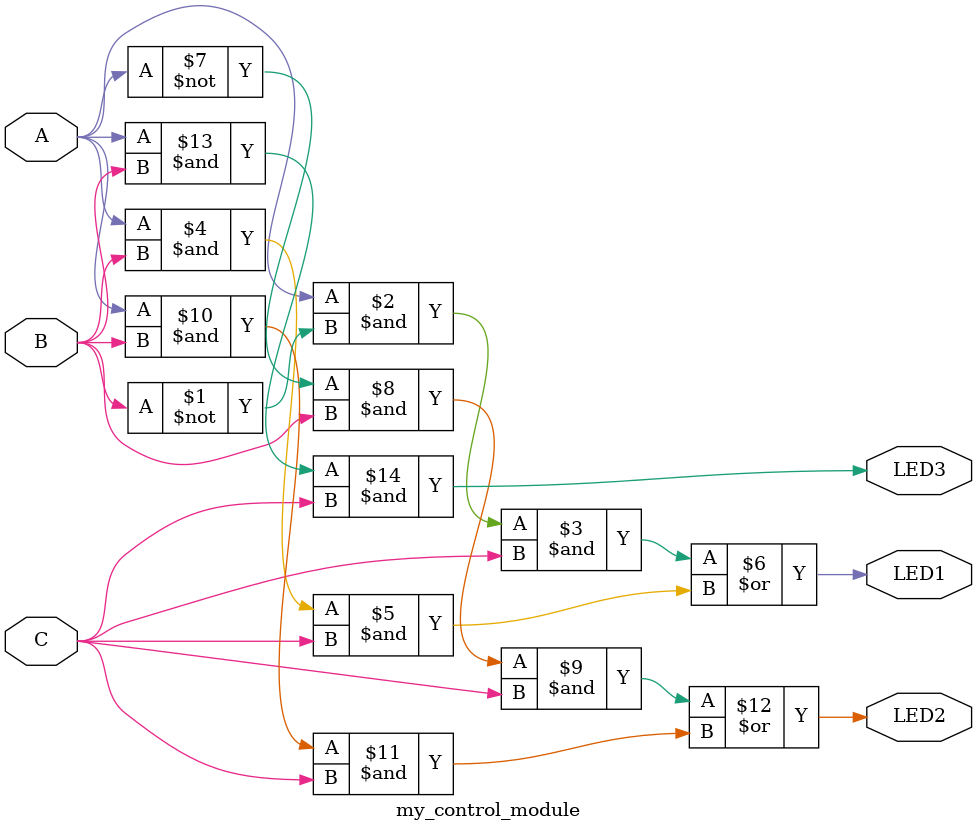
<source format=v>
`timescale 1ns / 1ps


module my_control_module(
    input A,
    input B,
    input C,
    output LED1,
    output LED2,
    output LED3
    );
    
    assign LED1 = (A & ~B & C) | (A & B & C);
    assign LED2 = (~A & B & C) | (A & B & C);
    assign LED3 = (A & B & C);
endmodule

</source>
